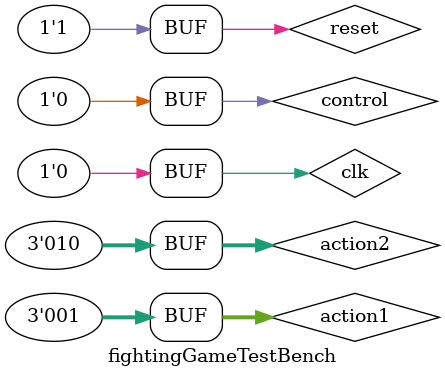
<source format=v>
`timescale 1ns / 1ps


module fightingGameTestBench;
	// Inputs
	reg [2:0] action1;
	reg [2:0] action2;
	reg control;
	reg reset;
	reg clk;

	// Outputs
	wire [1:0] place1;
	wire [1:0] place2;
	wire [1:0] lives1;
	wire [1:0] lives2;
	
	// Instantiate the Unit Under Test (UUT)
	fightingGame uut (
		.action1(action1), 
		.action2(action2), 
		.control(control), 
		.reset(reset), 
		.clk(clk), 
		.place1(place1), 
		.place2(place2),
		.lives1(lives1),
		.lives2(lives2)
	);

	initial begin
		clk = 0;
		
		repeat (60)
			#20 clk = ~clk;
			
	end
	
	initial begin
		// Initialize Inputs
		action1 = 0;
		action2 = 0;
		control = 0;
		reset = 0;
		
		/* actions:
			kick = 3'b000, 
			punch = 3'b001, 
			sabr = 3'b010, 
			jump = 3'b011, 
			left = 3'b100, 
			right = 3'b101
		*/
		
		// Wait 15 ns for global reset to finish
		#15;
			reset = 1;
			control = 1;
		#40;
			action1 = 3'b101;
			action2 = 3'b100;
		#80;
			action1 = 3'b001;
			action2 = 3'b011;
		#40;
			action2 = 3'b000;
		#40;
			action2 = 3'b001;
		#40;
			action1 = 3'b101;
			action2 = 3'b010;
		#40;
			action1 = 3'b011;
		#40;
			action1 = 3'b001;
			action2 = 3'b000;
		#40;
			action1 = 3'b000;
			action2 = 3'b011;
		#40;
			action1 = 3'b100;
			action2 = 3'b000;
		#40;
			action1 = 3'b000;
			action2 = 3'b100;
		#80 //for the lives of player2 to become 0
			//to check if the state changes after a player has 0 lives (it doesn't!)
			action1 = 3'b001;
			action2 = 3'b000;
			
		//checking the sample with reset
		#40;
			reset = 0;
		#40;
			reset = 1;
			action1 = 3'b101;
			action2 = 3'b100;
		#80;
			action1 = 3'b001;
			action2 = 3'b001;
		#40;
			action1 = 3'b000;
			action2 = 3'b100;
		#40;
			action1 = 3'b101;
			action2 = 3'b001;
		#40;
			action1 = 3'b010;
			action2 = 3'b010;
		#80;
			action1 = 3'b001;
			action2 = 3'b000;
		#40;
			action1 = 3'b011;
			action2 = 3'b001;
		
		
		//checking control
		#40;
			control = 0;
			action1 = 3'b001;
			action2 = 3'b010;
			
	end
	
endmodule


</source>
